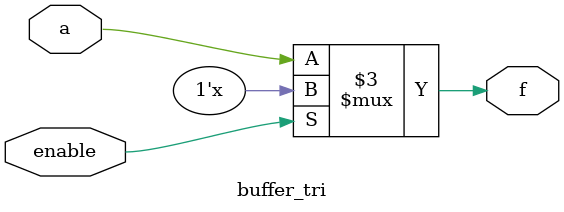
<source format=v>
module buffer_tri (
    input a,enable,
    output f
);

    wire Enable;

    assign Enable=~enable;

    assign f = (Enable == 1) ? a:1'bZ;

    
endmodule
</source>
